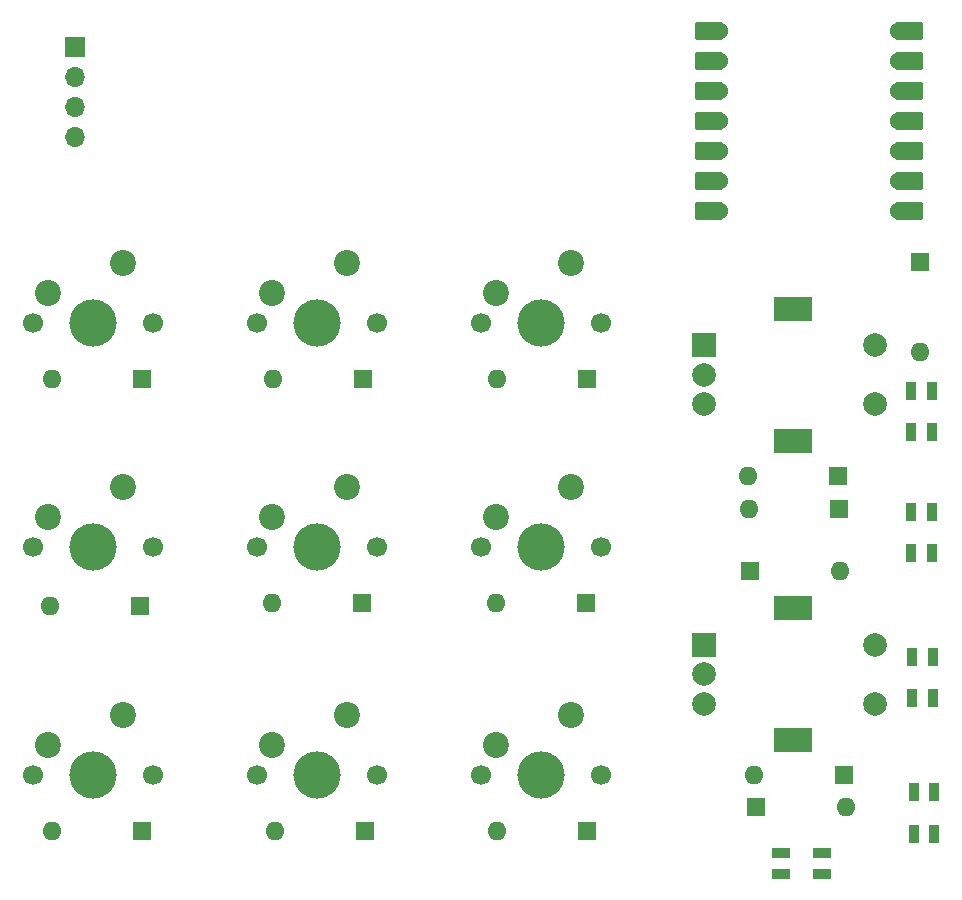
<source format=gbr>
%TF.GenerationSoftware,KiCad,Pcbnew,8.0.6*%
%TF.CreationDate,2026-01-30T19:09:08+01:00*%
%TF.ProjectId,keyboard,6b657962-6f61-4726-942e-6b696361645f,rev?*%
%TF.SameCoordinates,Original*%
%TF.FileFunction,Soldermask,Top*%
%TF.FilePolarity,Negative*%
%FSLAX46Y46*%
G04 Gerber Fmt 4.6, Leading zero omitted, Abs format (unit mm)*
G04 Created by KiCad (PCBNEW 8.0.6) date 2026-01-30 19:09:08*
%MOMM*%
%LPD*%
G01*
G04 APERTURE LIST*
G04 Aperture macros list*
%AMRoundRect*
0 Rectangle with rounded corners*
0 $1 Rounding radius*
0 $2 $3 $4 $5 $6 $7 $8 $9 X,Y pos of 4 corners*
0 Add a 4 corners polygon primitive as box body*
4,1,4,$2,$3,$4,$5,$6,$7,$8,$9,$2,$3,0*
0 Add four circle primitives for the rounded corners*
1,1,$1+$1,$2,$3*
1,1,$1+$1,$4,$5*
1,1,$1+$1,$6,$7*
1,1,$1+$1,$8,$9*
0 Add four rect primitives between the rounded corners*
20,1,$1+$1,$2,$3,$4,$5,0*
20,1,$1+$1,$4,$5,$6,$7,0*
20,1,$1+$1,$6,$7,$8,$9,0*
20,1,$1+$1,$8,$9,$2,$3,0*%
G04 Aperture macros list end*
%ADD10O,1.700000X1.700000*%
%ADD11R,1.700000X1.700000*%
%ADD12RoundRect,0.152400X1.063600X0.609600X-1.063600X0.609600X-1.063600X-0.609600X1.063600X-0.609600X0*%
%ADD13C,1.524000*%
%ADD14RoundRect,0.152400X-1.063600X-0.609600X1.063600X-0.609600X1.063600X0.609600X-1.063600X0.609600X0*%
%ADD15R,2.000000X2.000000*%
%ADD16C,2.000000*%
%ADD17R,3.200000X2.000000*%
%ADD18C,1.700000*%
%ADD19C,4.000000*%
%ADD20C,2.200000*%
%ADD21R,1.600000X0.850000*%
%ADD22R,0.850000X1.600000*%
%ADD23R,1.600000X1.600000*%
%ADD24O,1.600000X1.600000*%
G04 APERTURE END LIST*
D10*
%TO.C,J1*%
X128000000Y-36500000D03*
X128000000Y-33960000D03*
X128000000Y-31420000D03*
D11*
X128000000Y-28880000D03*
%TD*%
D12*
%TO.C,U1*%
X181665000Y-27510000D03*
D13*
X182500000Y-27510000D03*
D12*
X181665000Y-30050000D03*
D13*
X182500000Y-30050000D03*
D12*
X181665000Y-32590000D03*
D13*
X182500000Y-32590000D03*
D12*
X181665000Y-35130000D03*
D13*
X182500000Y-35130000D03*
D12*
X181665000Y-37670000D03*
D13*
X182500000Y-37670000D03*
D12*
X181665000Y-40210000D03*
D13*
X182500000Y-40210000D03*
D12*
X181665000Y-42750000D03*
D13*
X182500000Y-42750000D03*
X197740000Y-42750000D03*
D14*
X198575000Y-42750000D03*
D13*
X197740000Y-40210000D03*
D14*
X198575000Y-40210000D03*
D13*
X197740000Y-37670000D03*
D14*
X198575000Y-37670000D03*
D13*
X197740000Y-35130000D03*
D14*
X198575000Y-35130000D03*
D13*
X197740000Y-32590000D03*
D14*
X198575000Y-32590000D03*
D13*
X197740000Y-30050000D03*
D14*
X198575000Y-30050000D03*
D13*
X197740000Y-27510000D03*
D14*
X198575000Y-27510000D03*
%TD*%
D15*
%TO.C,SW11*%
X181250000Y-79500000D03*
D16*
X181250000Y-84500000D03*
X181250000Y-82000000D03*
D17*
X188750000Y-76400000D03*
X188750000Y-87600000D03*
D16*
X195750000Y-84500000D03*
X195750000Y-79500000D03*
%TD*%
D18*
%TO.C,SW10*%
X162380000Y-90500000D03*
D19*
X167460000Y-90500000D03*
D18*
X172540000Y-90500000D03*
D20*
X170000000Y-85420000D03*
X163650000Y-87960000D03*
%TD*%
D18*
%TO.C,SW9*%
X162380000Y-71250000D03*
D19*
X167460000Y-71250000D03*
D18*
X172540000Y-71250000D03*
D20*
X170000000Y-66170000D03*
X163650000Y-68710000D03*
%TD*%
D18*
%TO.C,SW8*%
X162380000Y-52250000D03*
D19*
X167460000Y-52250000D03*
D18*
X172540000Y-52250000D03*
D20*
X170000000Y-47170000D03*
X163650000Y-49710000D03*
%TD*%
D18*
%TO.C,SW7*%
X143420000Y-90500000D03*
D19*
X148500000Y-90500000D03*
D18*
X153580000Y-90500000D03*
D20*
X151040000Y-85420000D03*
X144690000Y-87960000D03*
%TD*%
D18*
%TO.C,SW6*%
X143420000Y-71250000D03*
D19*
X148500000Y-71250000D03*
D18*
X153580000Y-71250000D03*
D20*
X151040000Y-66170000D03*
X144690000Y-68710000D03*
%TD*%
D18*
%TO.C,SW5*%
X143420000Y-52250000D03*
D19*
X148500000Y-52250000D03*
D18*
X153580000Y-52250000D03*
D20*
X151040000Y-47170000D03*
X144690000Y-49710000D03*
%TD*%
D18*
%TO.C,SW4*%
X124420000Y-90500000D03*
D19*
X129500000Y-90500000D03*
D18*
X134580000Y-90500000D03*
D20*
X132040000Y-85420000D03*
X125690000Y-87960000D03*
%TD*%
D18*
%TO.C,SW3*%
X124420000Y-71250000D03*
D19*
X129500000Y-71250000D03*
D18*
X134580000Y-71250000D03*
D20*
X132040000Y-66170000D03*
X125690000Y-68710000D03*
%TD*%
D18*
%TO.C,SW2*%
X124420000Y-52250000D03*
D19*
X129500000Y-52250000D03*
D18*
X134580000Y-52250000D03*
D20*
X132040000Y-47170000D03*
X125690000Y-49710000D03*
%TD*%
D16*
%TO.C,SW1*%
X195750000Y-54150000D03*
X195750000Y-59150000D03*
D17*
X188750000Y-62250000D03*
X188750000Y-51050000D03*
D16*
X181250000Y-56650000D03*
X181250000Y-59150000D03*
D15*
X181250000Y-54150000D03*
%TD*%
D21*
%TO.C,D20*%
X191250000Y-98875000D03*
X191250000Y-97125000D03*
X187750000Y-97125000D03*
X187750000Y-98875000D03*
%TD*%
D22*
%TO.C,D19*%
X200750000Y-92000000D03*
X199000000Y-92000000D03*
X199000000Y-95500000D03*
X200750000Y-95500000D03*
%TD*%
%TO.C,D18*%
X200625000Y-80500000D03*
X198875000Y-80500000D03*
X198875000Y-84000000D03*
X200625000Y-84000000D03*
%TD*%
%TO.C,D17*%
X200500000Y-71750000D03*
X198750000Y-71750000D03*
X198750000Y-68250000D03*
X200500000Y-68250000D03*
%TD*%
%TO.C,D16*%
X200500000Y-58000000D03*
X198750000Y-58000000D03*
X198750000Y-61500000D03*
X200500000Y-61500000D03*
%TD*%
D23*
%TO.C,D15*%
X185130000Y-73250000D03*
D24*
X192750000Y-73250000D03*
%TD*%
D23*
%TO.C,D14*%
X185630000Y-93250000D03*
D24*
X193250000Y-93250000D03*
%TD*%
D23*
%TO.C,D13*%
X193120000Y-90500000D03*
D24*
X185500000Y-90500000D03*
%TD*%
D23*
%TO.C,D12*%
X199500000Y-47130000D03*
D24*
X199500000Y-54750000D03*
%TD*%
D23*
%TO.C,D11*%
X192631546Y-67971381D03*
D24*
X185011546Y-67971381D03*
%TD*%
D23*
%TO.C,D10*%
X192620000Y-65250000D03*
D24*
X185000000Y-65250000D03*
%TD*%
D23*
%TO.C,D9*%
X133620000Y-57000000D03*
D24*
X126000000Y-57000000D03*
%TD*%
D23*
%TO.C,D8*%
X152250000Y-76000000D03*
D24*
X144630000Y-76000000D03*
%TD*%
D23*
%TO.C,D7*%
X152370000Y-57000000D03*
D24*
X144750000Y-57000000D03*
%TD*%
D23*
%TO.C,D6*%
X171370000Y-57000000D03*
D24*
X163750000Y-57000000D03*
%TD*%
D23*
%TO.C,D5*%
X171250000Y-76000000D03*
D24*
X163630000Y-76000000D03*
%TD*%
D23*
%TO.C,D4*%
X171310000Y-95250000D03*
D24*
X163690000Y-95250000D03*
%TD*%
D23*
%TO.C,D3*%
X152500000Y-95250000D03*
D24*
X144880000Y-95250000D03*
%TD*%
D23*
%TO.C,D2*%
X133620000Y-95250000D03*
D24*
X126000000Y-95250000D03*
%TD*%
D23*
%TO.C,D1*%
X133500000Y-76250000D03*
D24*
X125880000Y-76250000D03*
%TD*%
M02*

</source>
